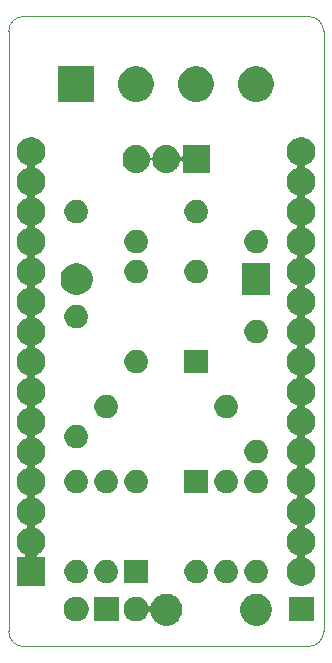
<source format=gbr>
%TF.GenerationSoftware,KiCad,Pcbnew,5.1.5+dfsg1-2~bpo10+1*%
%TF.CreationDate,2020-10-04T09:49:28+00:00*%
%TF.ProjectId,PWR,5057522e-6b69-4636-9164-5f7063625858,rev?*%
%TF.SameCoordinates,Original*%
%TF.FileFunction,Soldermask,Bot*%
%TF.FilePolarity,Negative*%
%FSLAX45Y45*%
G04 Gerber Fmt 4.5, Leading zero omitted, Abs format (unit mm)*
G04 Created by KiCad (PCBNEW 5.1.5+dfsg1-2~bpo10+1) date 2020-10-04 09:49:28*
%MOMM*%
%LPD*%
G04 APERTURE LIST*
%ADD10C,0.120000*%
%ADD11C,0.150000*%
G04 APERTURE END LIST*
D10*
X2476500Y-508000D02*
G75*
G02X2349500Y-635000I-127000J0D01*
G01*
X-190500Y4572000D02*
G75*
G02X-63500Y4699000I127000J0D01*
G01*
X-63500Y-635000D02*
G75*
G02X-190500Y-508000I0J127000D01*
G01*
X2349500Y4699000D02*
G75*
G02X2476500Y4572000I0J-127000D01*
G01*
X-190500Y4572000D02*
X-190500Y-508000D01*
X2349500Y4699000D02*
X-63500Y4699000D01*
X2476500Y-508000D02*
X2476500Y4572000D01*
X-63500Y-635000D02*
X2349500Y-635000D01*
D11*
G36*
X1184378Y-193688D02*
G01*
X1208946Y-203864D01*
X1208947Y-203865D01*
X1220077Y-211302D01*
X1231057Y-218639D01*
X1249861Y-237443D01*
X1264636Y-259554D01*
X1274812Y-284122D01*
X1280000Y-310204D01*
X1280000Y-336797D01*
X1274812Y-362878D01*
X1273007Y-367236D01*
X1264635Y-387446D01*
X1249861Y-409557D01*
X1231058Y-428361D01*
X1208947Y-443135D01*
X1208946Y-443135D01*
X1208946Y-443135D01*
X1184378Y-453312D01*
X1158297Y-458500D01*
X1131704Y-458500D01*
X1105622Y-453312D01*
X1081054Y-443135D01*
X1081054Y-443135D01*
X1081054Y-443135D01*
X1058943Y-428361D01*
X1040139Y-409557D01*
X1025365Y-387446D01*
X1016993Y-367236D01*
X1015188Y-362878D01*
X1013062Y-352189D01*
X1012350Y-349844D01*
X1011195Y-347683D01*
X1009641Y-345789D01*
X1007747Y-344235D01*
X1005586Y-343079D01*
X1003241Y-342368D01*
X1000802Y-342128D01*
X998363Y-342368D01*
X996019Y-343079D01*
X993857Y-344235D01*
X991963Y-345789D01*
X990409Y-347683D01*
X989254Y-349843D01*
X982050Y-367236D01*
X970559Y-384434D01*
X955934Y-399059D01*
X938736Y-410550D01*
X919627Y-418465D01*
X901869Y-421997D01*
X899342Y-422500D01*
X878658Y-422500D01*
X876131Y-421997D01*
X858373Y-418465D01*
X839264Y-410550D01*
X822066Y-399059D01*
X807441Y-384434D01*
X795950Y-367236D01*
X788035Y-348127D01*
X784000Y-327842D01*
X784000Y-307158D01*
X788035Y-286873D01*
X795950Y-267764D01*
X807441Y-250566D01*
X822066Y-235941D01*
X839264Y-224450D01*
X858373Y-216535D01*
X876131Y-213003D01*
X878658Y-212500D01*
X899342Y-212500D01*
X901869Y-213003D01*
X919627Y-216535D01*
X938736Y-224450D01*
X955934Y-235941D01*
X970559Y-250566D01*
X982050Y-267764D01*
X989965Y-286873D01*
X990043Y-287267D01*
X990754Y-289611D01*
X991909Y-291772D01*
X993464Y-293666D01*
X995358Y-295221D01*
X997519Y-296376D01*
X999864Y-297087D01*
X1002303Y-297327D01*
X1004741Y-297087D01*
X1007086Y-296376D01*
X1009247Y-295221D01*
X1011141Y-293666D01*
X1012696Y-291772D01*
X1013851Y-289611D01*
X1014562Y-287266D01*
X1015188Y-284122D01*
X1025364Y-259554D01*
X1040139Y-237443D01*
X1058943Y-218639D01*
X1069923Y-211302D01*
X1081054Y-203865D01*
X1081054Y-203864D01*
X1105622Y-193688D01*
X1131704Y-188500D01*
X1158297Y-188500D01*
X1184378Y-193688D01*
G37*
G36*
X1944378Y-193688D02*
G01*
X1968946Y-203864D01*
X1968946Y-203865D01*
X1980077Y-211302D01*
X1991057Y-218639D01*
X2009861Y-237443D01*
X2024635Y-259554D01*
X2034812Y-284122D01*
X2040000Y-310204D01*
X2040000Y-336797D01*
X2034812Y-362878D01*
X2033007Y-367236D01*
X2024635Y-387446D01*
X2009861Y-409557D01*
X1991057Y-428361D01*
X1968946Y-443135D01*
X1968946Y-443135D01*
X1968946Y-443135D01*
X1944378Y-453312D01*
X1918296Y-458500D01*
X1891703Y-458500D01*
X1865622Y-453312D01*
X1841054Y-443135D01*
X1841054Y-443135D01*
X1841053Y-443135D01*
X1818942Y-428361D01*
X1800139Y-409557D01*
X1785365Y-387446D01*
X1776993Y-367236D01*
X1775188Y-362878D01*
X1770000Y-336797D01*
X1770000Y-310204D01*
X1775188Y-284122D01*
X1785364Y-259554D01*
X1800139Y-237443D01*
X1818943Y-218639D01*
X1829923Y-211302D01*
X1841053Y-203865D01*
X1841054Y-203864D01*
X1865622Y-193688D01*
X1891703Y-188500D01*
X1918296Y-188500D01*
X1944378Y-193688D01*
G37*
G36*
X740000Y-422500D02*
G01*
X530000Y-422500D01*
X530000Y-212500D01*
X740000Y-212500D01*
X740000Y-422500D01*
G37*
G36*
X393869Y-213003D02*
G01*
X411627Y-216535D01*
X430736Y-224450D01*
X447934Y-235941D01*
X462559Y-250566D01*
X474050Y-267764D01*
X481965Y-286873D01*
X486000Y-307158D01*
X486000Y-327842D01*
X481965Y-348127D01*
X474050Y-367236D01*
X462559Y-384434D01*
X447934Y-399059D01*
X430736Y-410550D01*
X411627Y-418465D01*
X393869Y-421997D01*
X391342Y-422500D01*
X370658Y-422500D01*
X368131Y-421997D01*
X350373Y-418465D01*
X331264Y-410550D01*
X314066Y-399059D01*
X299441Y-384434D01*
X287950Y-367236D01*
X280035Y-348127D01*
X276000Y-327842D01*
X276000Y-307158D01*
X280035Y-286873D01*
X287950Y-267764D01*
X299441Y-250566D01*
X314066Y-235941D01*
X331264Y-224450D01*
X350373Y-216535D01*
X368131Y-213003D01*
X370658Y-212500D01*
X391342Y-212500D01*
X393869Y-213003D01*
G37*
G36*
X2391000Y-422500D02*
G01*
X2181000Y-422500D01*
X2181000Y-212500D01*
X2391000Y-212500D01*
X2391000Y-422500D01*
G37*
G36*
X35469Y3672927D02*
G01*
X57599Y3663761D01*
X57599Y3663760D01*
X77516Y3650453D01*
X94453Y3633515D01*
X107760Y3613599D01*
X107761Y3613599D01*
X116927Y3591469D01*
X121600Y3567977D01*
X121600Y3544023D01*
X116927Y3520531D01*
X109629Y3502911D01*
X107760Y3498401D01*
X94453Y3478484D01*
X77516Y3461547D01*
X57599Y3448239D01*
X57599Y3448239D01*
X57599Y3448239D01*
X39032Y3440548D01*
X36870Y3439393D01*
X34976Y3437839D01*
X33422Y3435944D01*
X32267Y3433783D01*
X31555Y3431439D01*
X31315Y3429000D01*
X31555Y3426561D01*
X32267Y3424216D01*
X33422Y3422055D01*
X34976Y3420161D01*
X36871Y3418607D01*
X39032Y3417452D01*
X57599Y3409761D01*
X57599Y3409760D01*
X77516Y3396453D01*
X94453Y3379515D01*
X107760Y3359599D01*
X107761Y3359599D01*
X116927Y3337469D01*
X121600Y3313977D01*
X121600Y3290023D01*
X116927Y3266531D01*
X107761Y3244401D01*
X107760Y3244401D01*
X94453Y3224484D01*
X77516Y3207547D01*
X57599Y3194239D01*
X57599Y3194239D01*
X57599Y3194239D01*
X39032Y3186548D01*
X36870Y3185393D01*
X34976Y3183839D01*
X33422Y3181944D01*
X32267Y3179783D01*
X31555Y3177439D01*
X31315Y3175000D01*
X31555Y3172561D01*
X32267Y3170216D01*
X33422Y3168055D01*
X34976Y3166161D01*
X36871Y3164607D01*
X39032Y3163452D01*
X57599Y3155761D01*
X57599Y3155760D01*
X77516Y3142453D01*
X94453Y3125515D01*
X107760Y3105599D01*
X107761Y3105599D01*
X116927Y3083469D01*
X121600Y3059977D01*
X121600Y3036023D01*
X116927Y3012531D01*
X111999Y3000632D01*
X107760Y2990401D01*
X94453Y2970484D01*
X77516Y2953547D01*
X57599Y2940239D01*
X57599Y2940239D01*
X57599Y2940239D01*
X39032Y2932548D01*
X36870Y2931393D01*
X34976Y2929839D01*
X33422Y2927944D01*
X32267Y2925783D01*
X31555Y2923439D01*
X31315Y2921000D01*
X31555Y2918561D01*
X32267Y2916216D01*
X33422Y2914055D01*
X34976Y2912161D01*
X36871Y2910607D01*
X39032Y2909452D01*
X57599Y2901761D01*
X57599Y2901760D01*
X77516Y2888453D01*
X94453Y2871515D01*
X107760Y2851599D01*
X107761Y2851599D01*
X116927Y2829469D01*
X121600Y2805977D01*
X121600Y2782023D01*
X116927Y2758531D01*
X111999Y2746632D01*
X107760Y2736401D01*
X94453Y2716485D01*
X77516Y2699547D01*
X57599Y2686240D01*
X57599Y2686239D01*
X57599Y2686239D01*
X39032Y2678548D01*
X36870Y2677393D01*
X34976Y2675839D01*
X33422Y2673945D01*
X32267Y2671784D01*
X31555Y2669439D01*
X31315Y2667000D01*
X31555Y2664561D01*
X32267Y2662217D01*
X33422Y2660055D01*
X34976Y2658161D01*
X36871Y2656607D01*
X39032Y2655452D01*
X57599Y2647761D01*
X57599Y2647761D01*
X77516Y2634453D01*
X94453Y2617516D01*
X107760Y2597599D01*
X107761Y2597599D01*
X116927Y2575469D01*
X121600Y2551977D01*
X121600Y2528023D01*
X116927Y2504531D01*
X107761Y2482401D01*
X107760Y2482401D01*
X94453Y2462485D01*
X77516Y2445547D01*
X57599Y2432240D01*
X57599Y2432239D01*
X57599Y2432239D01*
X39032Y2424548D01*
X36870Y2423393D01*
X34976Y2421839D01*
X33422Y2419945D01*
X32267Y2417784D01*
X31555Y2415439D01*
X31315Y2413000D01*
X31555Y2410561D01*
X32267Y2408217D01*
X33422Y2406055D01*
X34976Y2404161D01*
X36871Y2402607D01*
X39032Y2401452D01*
X57599Y2393761D01*
X57599Y2393761D01*
X77516Y2380453D01*
X94453Y2363516D01*
X98897Y2356865D01*
X107761Y2343599D01*
X116927Y2321469D01*
X121600Y2297977D01*
X121600Y2274023D01*
X116927Y2250531D01*
X107761Y2228401D01*
X107760Y2228401D01*
X94453Y2208485D01*
X77516Y2191547D01*
X57599Y2178240D01*
X57599Y2178239D01*
X57599Y2178239D01*
X39032Y2170548D01*
X36870Y2169393D01*
X34976Y2167839D01*
X33422Y2165945D01*
X32267Y2163784D01*
X31555Y2161439D01*
X31315Y2159000D01*
X31555Y2156561D01*
X32267Y2154217D01*
X33422Y2152055D01*
X34976Y2150161D01*
X36871Y2148607D01*
X39032Y2147452D01*
X57599Y2139761D01*
X57599Y2139761D01*
X77516Y2126453D01*
X94453Y2109516D01*
X103982Y2095254D01*
X107761Y2089599D01*
X116927Y2067469D01*
X121600Y2043977D01*
X121600Y2020023D01*
X116927Y1996531D01*
X111999Y1984632D01*
X107760Y1974401D01*
X94453Y1954484D01*
X77516Y1937547D01*
X57599Y1924239D01*
X57599Y1924239D01*
X57599Y1924239D01*
X39032Y1916548D01*
X36870Y1915393D01*
X34976Y1913839D01*
X33422Y1911944D01*
X32267Y1909783D01*
X31555Y1907439D01*
X31315Y1905000D01*
X31555Y1902561D01*
X32267Y1900216D01*
X33422Y1898055D01*
X34976Y1896161D01*
X36871Y1894607D01*
X39032Y1893452D01*
X57599Y1885761D01*
X57599Y1885760D01*
X77516Y1872453D01*
X94453Y1855515D01*
X107760Y1835599D01*
X107761Y1835599D01*
X116927Y1813469D01*
X121600Y1789977D01*
X121600Y1766023D01*
X116927Y1742531D01*
X111999Y1730632D01*
X107760Y1720401D01*
X94453Y1700484D01*
X77516Y1683547D01*
X57599Y1670239D01*
X57599Y1670239D01*
X57599Y1670239D01*
X39032Y1662548D01*
X36870Y1661393D01*
X34976Y1659839D01*
X33422Y1657944D01*
X32267Y1655783D01*
X31555Y1653439D01*
X31315Y1651000D01*
X31555Y1648561D01*
X32267Y1646216D01*
X33422Y1644055D01*
X34976Y1642161D01*
X36871Y1640607D01*
X39032Y1639452D01*
X57599Y1631761D01*
X57599Y1631760D01*
X77516Y1618453D01*
X94453Y1601515D01*
X107760Y1581599D01*
X107761Y1581599D01*
X116927Y1559469D01*
X121600Y1535977D01*
X121600Y1512023D01*
X116927Y1488531D01*
X107761Y1466401D01*
X107760Y1466401D01*
X94453Y1446484D01*
X77516Y1429547D01*
X57599Y1416239D01*
X57599Y1416239D01*
X57599Y1416239D01*
X39032Y1408548D01*
X36870Y1407393D01*
X34976Y1405839D01*
X33422Y1403944D01*
X32267Y1401783D01*
X31555Y1399439D01*
X31315Y1397000D01*
X31555Y1394561D01*
X32267Y1392217D01*
X33422Y1390055D01*
X34976Y1388161D01*
X36871Y1386607D01*
X39032Y1385452D01*
X57599Y1377761D01*
X57599Y1377761D01*
X77516Y1364453D01*
X94453Y1347516D01*
X103982Y1333254D01*
X107761Y1327599D01*
X116927Y1305469D01*
X121600Y1281977D01*
X121600Y1258023D01*
X116927Y1234531D01*
X107761Y1212401D01*
X107760Y1212401D01*
X94453Y1192485D01*
X77516Y1175547D01*
X57599Y1162240D01*
X57599Y1162239D01*
X57599Y1162239D01*
X39032Y1154548D01*
X36870Y1153393D01*
X34976Y1151839D01*
X33422Y1149945D01*
X32267Y1147784D01*
X31555Y1145439D01*
X31315Y1143000D01*
X31555Y1140561D01*
X32267Y1138217D01*
X33422Y1136055D01*
X34976Y1134161D01*
X36871Y1132607D01*
X39032Y1131452D01*
X57599Y1123761D01*
X57599Y1123761D01*
X77516Y1110453D01*
X94453Y1093516D01*
X103982Y1079254D01*
X107761Y1073599D01*
X116927Y1051469D01*
X121600Y1027977D01*
X121600Y1004023D01*
X116927Y980531D01*
X111999Y968632D01*
X107760Y958401D01*
X94453Y938484D01*
X77516Y921547D01*
X57599Y908239D01*
X57599Y908239D01*
X57599Y908239D01*
X39032Y900548D01*
X36870Y899393D01*
X34976Y897839D01*
X33422Y895944D01*
X32267Y893783D01*
X31555Y891439D01*
X31315Y889000D01*
X31555Y886561D01*
X32267Y884216D01*
X33422Y882055D01*
X34976Y880161D01*
X36871Y878607D01*
X39032Y877452D01*
X57599Y869761D01*
X57599Y869760D01*
X77516Y856453D01*
X94453Y839515D01*
X107760Y819599D01*
X107761Y819599D01*
X116927Y797469D01*
X121600Y773977D01*
X121600Y750023D01*
X116927Y726531D01*
X111999Y714632D01*
X107760Y704401D01*
X94453Y684485D01*
X77516Y667547D01*
X57599Y654240D01*
X57599Y654239D01*
X57599Y654239D01*
X39032Y646548D01*
X36870Y645393D01*
X34976Y643839D01*
X33422Y641945D01*
X32267Y639784D01*
X31555Y637439D01*
X31315Y635000D01*
X31555Y632561D01*
X32267Y630217D01*
X33422Y628055D01*
X34976Y626161D01*
X36871Y624607D01*
X39032Y623452D01*
X57599Y615761D01*
X57599Y615761D01*
X77516Y602453D01*
X94453Y585516D01*
X107760Y565599D01*
X107761Y565599D01*
X116927Y543469D01*
X121600Y519977D01*
X121600Y496023D01*
X116927Y472531D01*
X107761Y450401D01*
X107760Y450401D01*
X94453Y430484D01*
X77516Y413547D01*
X57599Y400239D01*
X57599Y400239D01*
X57599Y400239D01*
X39032Y392548D01*
X36870Y391393D01*
X34976Y389839D01*
X33422Y387944D01*
X32267Y385783D01*
X31555Y383439D01*
X31315Y381000D01*
X31555Y378561D01*
X32267Y376216D01*
X33422Y374055D01*
X34976Y372161D01*
X36871Y370607D01*
X39032Y369452D01*
X57599Y361761D01*
X57599Y361760D01*
X77516Y348453D01*
X94453Y331516D01*
X107760Y311599D01*
X107761Y311599D01*
X116927Y289469D01*
X121600Y265977D01*
X121600Y242023D01*
X116927Y218531D01*
X107761Y196401D01*
X107760Y196401D01*
X94453Y176484D01*
X77516Y159547D01*
X57599Y146240D01*
X57599Y146239D01*
X57599Y146239D01*
X56172Y145648D01*
X54011Y144493D01*
X52117Y142939D01*
X50562Y141044D01*
X49407Y138883D01*
X48696Y136539D01*
X48456Y134100D01*
X48696Y131661D01*
X49407Y129316D01*
X50562Y127155D01*
X52117Y125261D01*
X54011Y123707D01*
X56172Y122551D01*
X58517Y121840D01*
X60955Y121600D01*
X121600Y121600D01*
X121600Y-121600D01*
X-121600Y-121600D01*
X-121600Y121600D01*
X-60955Y121600D01*
X-58517Y121840D01*
X-56172Y122551D01*
X-54011Y123707D01*
X-52117Y125261D01*
X-50562Y127155D01*
X-49407Y129316D01*
X-48696Y131661D01*
X-48456Y134100D01*
X-48696Y136539D01*
X-49407Y138883D01*
X-50562Y141045D01*
X-52117Y142939D01*
X-54011Y144493D01*
X-56172Y145648D01*
X-57599Y146239D01*
X-57599Y146239D01*
X-57599Y146240D01*
X-77516Y159547D01*
X-94453Y176484D01*
X-107760Y196401D01*
X-107761Y196401D01*
X-116927Y218531D01*
X-121600Y242023D01*
X-121600Y265977D01*
X-116927Y289469D01*
X-107761Y311599D01*
X-107760Y311599D01*
X-94453Y331516D01*
X-77516Y348453D01*
X-57599Y361760D01*
X-57599Y361761D01*
X-39032Y369452D01*
X-36870Y370607D01*
X-34976Y372161D01*
X-33422Y374055D01*
X-32267Y376216D01*
X-31555Y378561D01*
X-31315Y381000D01*
X-31555Y383439D01*
X-32267Y385783D01*
X-33422Y387945D01*
X-34976Y389839D01*
X-36871Y391393D01*
X-39032Y392548D01*
X-57599Y400239D01*
X-57599Y400239D01*
X-57599Y400239D01*
X-77516Y413547D01*
X-94453Y430484D01*
X-107760Y450401D01*
X-107761Y450401D01*
X-116927Y472531D01*
X-121600Y496023D01*
X-121600Y519977D01*
X-116927Y543469D01*
X-107761Y565599D01*
X-107760Y565599D01*
X-94453Y585516D01*
X-77516Y602453D01*
X-57599Y615761D01*
X-57599Y615761D01*
X-39032Y623452D01*
X-36870Y624607D01*
X-34976Y626161D01*
X-33422Y628056D01*
X-32267Y630217D01*
X-31555Y632561D01*
X-31315Y635000D01*
X-31555Y637439D01*
X-32267Y639784D01*
X-33422Y641945D01*
X-34976Y643839D01*
X-36871Y645393D01*
X-39032Y646548D01*
X-57599Y654239D01*
X-57599Y654239D01*
X-57599Y654240D01*
X-77516Y667547D01*
X-94453Y684485D01*
X-107760Y704401D01*
X-111999Y714632D01*
X-116927Y726531D01*
X-121600Y750023D01*
X-121600Y773977D01*
X-116927Y797469D01*
X-107761Y819599D01*
X-107760Y819599D01*
X-94453Y839515D01*
X-77516Y856453D01*
X-57599Y869760D01*
X-57599Y869761D01*
X-39032Y877452D01*
X-36870Y878607D01*
X-34976Y880161D01*
X-33422Y882055D01*
X-32267Y884216D01*
X-31555Y886561D01*
X-31315Y889000D01*
X-31555Y891439D01*
X-32267Y893783D01*
X-33422Y895945D01*
X-34976Y897839D01*
X-36871Y899393D01*
X-39032Y900548D01*
X-57599Y908239D01*
X-57599Y908239D01*
X-57599Y908239D01*
X-77516Y921547D01*
X-94453Y938484D01*
X-107760Y958401D01*
X-111999Y968632D01*
X-116927Y980531D01*
X-121600Y1004023D01*
X-121600Y1027977D01*
X-116927Y1051469D01*
X-107761Y1073599D01*
X-103982Y1079254D01*
X-94453Y1093516D01*
X-77516Y1110453D01*
X-57599Y1123761D01*
X-57599Y1123761D01*
X-39032Y1131452D01*
X-36870Y1132607D01*
X-34976Y1134161D01*
X-33422Y1136056D01*
X-32267Y1138217D01*
X-31555Y1140561D01*
X-31315Y1143000D01*
X-31555Y1145439D01*
X-32267Y1147784D01*
X-33422Y1149945D01*
X-34976Y1151839D01*
X-36871Y1153393D01*
X-39032Y1154548D01*
X-57599Y1162239D01*
X-57599Y1162239D01*
X-57599Y1162240D01*
X-77516Y1175547D01*
X-94453Y1192485D01*
X-107760Y1212401D01*
X-107761Y1212401D01*
X-116927Y1234531D01*
X-121600Y1258023D01*
X-121600Y1281977D01*
X-116927Y1305469D01*
X-107761Y1327599D01*
X-103982Y1333254D01*
X-94453Y1347516D01*
X-77516Y1364453D01*
X-57599Y1377761D01*
X-57599Y1377761D01*
X-39032Y1385452D01*
X-36870Y1386607D01*
X-34976Y1388161D01*
X-33422Y1390056D01*
X-32267Y1392217D01*
X-31555Y1394561D01*
X-31315Y1397000D01*
X-31555Y1399439D01*
X-32267Y1401783D01*
X-33422Y1403945D01*
X-34976Y1405839D01*
X-36871Y1407393D01*
X-39032Y1408548D01*
X-57599Y1416239D01*
X-57599Y1416239D01*
X-57599Y1416239D01*
X-77516Y1429547D01*
X-94453Y1446484D01*
X-107760Y1466401D01*
X-107761Y1466401D01*
X-116927Y1488531D01*
X-121600Y1512023D01*
X-121600Y1535977D01*
X-116927Y1559469D01*
X-107761Y1581599D01*
X-107760Y1581599D01*
X-94453Y1601515D01*
X-77516Y1618453D01*
X-57599Y1631760D01*
X-57599Y1631761D01*
X-39032Y1639452D01*
X-36870Y1640607D01*
X-34976Y1642161D01*
X-33422Y1644055D01*
X-32267Y1646216D01*
X-31555Y1648561D01*
X-31315Y1651000D01*
X-31555Y1653439D01*
X-32267Y1655783D01*
X-33422Y1657945D01*
X-34976Y1659839D01*
X-36871Y1661393D01*
X-39032Y1662548D01*
X-57599Y1670239D01*
X-57599Y1670239D01*
X-57599Y1670239D01*
X-77516Y1683547D01*
X-94453Y1700484D01*
X-107760Y1720401D01*
X-111999Y1730632D01*
X-116927Y1742531D01*
X-121600Y1766023D01*
X-121600Y1789977D01*
X-116927Y1813469D01*
X-107761Y1835599D01*
X-107760Y1835599D01*
X-94453Y1855515D01*
X-77516Y1872453D01*
X-57599Y1885760D01*
X-57599Y1885761D01*
X-39032Y1893452D01*
X-36870Y1894607D01*
X-34976Y1896161D01*
X-33422Y1898055D01*
X-32267Y1900216D01*
X-31555Y1902561D01*
X-31315Y1905000D01*
X-31555Y1907439D01*
X-32267Y1909783D01*
X-33422Y1911945D01*
X-34976Y1913839D01*
X-36871Y1915393D01*
X-39032Y1916548D01*
X-57599Y1924239D01*
X-57599Y1924239D01*
X-57599Y1924239D01*
X-77516Y1937547D01*
X-94453Y1954484D01*
X-107760Y1974401D01*
X-111999Y1984632D01*
X-116927Y1996531D01*
X-121600Y2020023D01*
X-121600Y2043977D01*
X-116927Y2067469D01*
X-107761Y2089599D01*
X-103982Y2095254D01*
X-94453Y2109516D01*
X-77516Y2126453D01*
X-57599Y2139761D01*
X-57599Y2139761D01*
X-39032Y2147452D01*
X-36870Y2148607D01*
X-34976Y2150161D01*
X-33422Y2152056D01*
X-32267Y2154217D01*
X-31555Y2156561D01*
X-31315Y2159000D01*
X-31555Y2161439D01*
X-32267Y2163784D01*
X-33422Y2165945D01*
X-34976Y2167839D01*
X-36871Y2169393D01*
X-39032Y2170548D01*
X-57599Y2178239D01*
X-57599Y2178239D01*
X-57599Y2178240D01*
X-77516Y2191547D01*
X-94453Y2208485D01*
X-107760Y2228401D01*
X-107761Y2228401D01*
X-116927Y2250531D01*
X-121600Y2274023D01*
X-121600Y2297977D01*
X-116927Y2321469D01*
X-107761Y2343599D01*
X-98897Y2356865D01*
X-94453Y2363516D01*
X-77516Y2380453D01*
X-57599Y2393761D01*
X-57599Y2393761D01*
X-39032Y2401452D01*
X-36870Y2402607D01*
X-34976Y2404161D01*
X-33422Y2406056D01*
X-32267Y2408217D01*
X-31555Y2410561D01*
X-31315Y2413000D01*
X-31555Y2415439D01*
X-32267Y2417784D01*
X-33422Y2419945D01*
X-34976Y2421839D01*
X-36871Y2423393D01*
X-39032Y2424548D01*
X-57599Y2432239D01*
X-57599Y2432239D01*
X-57599Y2432240D01*
X-77516Y2445547D01*
X-94453Y2462485D01*
X-107760Y2482401D01*
X-107761Y2482401D01*
X-116927Y2504531D01*
X-121600Y2528023D01*
X-121600Y2551977D01*
X-116927Y2575469D01*
X-107761Y2597599D01*
X-107760Y2597599D01*
X-94453Y2617516D01*
X-77516Y2634453D01*
X-57599Y2647761D01*
X-57599Y2647761D01*
X-39032Y2655452D01*
X-36870Y2656607D01*
X-34976Y2658161D01*
X-33422Y2660056D01*
X-32267Y2662217D01*
X-31555Y2664561D01*
X-31315Y2667000D01*
X-31555Y2669439D01*
X-32267Y2671784D01*
X-33422Y2673945D01*
X-34976Y2675839D01*
X-36871Y2677393D01*
X-39032Y2678548D01*
X-57599Y2686239D01*
X-57599Y2686239D01*
X-57599Y2686240D01*
X-77516Y2699547D01*
X-94453Y2716485D01*
X-107760Y2736401D01*
X-111999Y2746632D01*
X-116927Y2758531D01*
X-121600Y2782023D01*
X-121600Y2805977D01*
X-116927Y2829469D01*
X-107761Y2851599D01*
X-107760Y2851599D01*
X-94453Y2871515D01*
X-77516Y2888453D01*
X-57599Y2901760D01*
X-57599Y2901761D01*
X-39032Y2909452D01*
X-36870Y2910607D01*
X-34976Y2912161D01*
X-33422Y2914055D01*
X-32267Y2916216D01*
X-31555Y2918561D01*
X-31315Y2921000D01*
X-31555Y2923439D01*
X-32267Y2925783D01*
X-33422Y2927945D01*
X-34976Y2929839D01*
X-36871Y2931393D01*
X-39032Y2932548D01*
X-57599Y2940239D01*
X-57599Y2940239D01*
X-57599Y2940239D01*
X-77516Y2953547D01*
X-94453Y2970484D01*
X-107760Y2990401D01*
X-111999Y3000632D01*
X-116927Y3012531D01*
X-121600Y3036023D01*
X-121600Y3059977D01*
X-116927Y3083469D01*
X-107761Y3105599D01*
X-107760Y3105599D01*
X-94453Y3125515D01*
X-77516Y3142453D01*
X-57599Y3155760D01*
X-57599Y3155761D01*
X-39032Y3163452D01*
X-36870Y3164607D01*
X-34976Y3166161D01*
X-33422Y3168055D01*
X-32267Y3170216D01*
X-31555Y3172561D01*
X-31315Y3175000D01*
X-31555Y3177439D01*
X-32267Y3179783D01*
X-33422Y3181945D01*
X-34976Y3183839D01*
X-36871Y3185393D01*
X-39032Y3186548D01*
X-57599Y3194239D01*
X-57599Y3194239D01*
X-57599Y3194239D01*
X-77516Y3207547D01*
X-94453Y3224484D01*
X-107760Y3244401D01*
X-107761Y3244401D01*
X-116927Y3266531D01*
X-121600Y3290023D01*
X-121600Y3313977D01*
X-116927Y3337469D01*
X-107761Y3359599D01*
X-107760Y3359599D01*
X-94453Y3379515D01*
X-77516Y3396453D01*
X-57599Y3409760D01*
X-57599Y3409761D01*
X-39032Y3417452D01*
X-36870Y3418607D01*
X-34976Y3420161D01*
X-33422Y3422055D01*
X-32267Y3424216D01*
X-31555Y3426561D01*
X-31315Y3429000D01*
X-31555Y3431439D01*
X-32267Y3433783D01*
X-33422Y3435945D01*
X-34976Y3437839D01*
X-36871Y3439393D01*
X-39032Y3440548D01*
X-57599Y3448239D01*
X-57599Y3448239D01*
X-57599Y3448239D01*
X-77516Y3461547D01*
X-94453Y3478484D01*
X-107760Y3498401D01*
X-109629Y3502911D01*
X-116927Y3520531D01*
X-121600Y3544023D01*
X-121600Y3567977D01*
X-116927Y3591469D01*
X-107761Y3613599D01*
X-107760Y3613599D01*
X-94453Y3633515D01*
X-77516Y3650453D01*
X-57599Y3663760D01*
X-57599Y3663761D01*
X-35469Y3672927D01*
X-11977Y3677600D01*
X11977Y3677600D01*
X35469Y3672927D01*
G37*
G36*
X2321469Y3672927D02*
G01*
X2343599Y3663761D01*
X2343599Y3663760D01*
X2363516Y3650453D01*
X2380453Y3633515D01*
X2393761Y3613599D01*
X2393761Y3613599D01*
X2402927Y3591469D01*
X2407600Y3567977D01*
X2407600Y3544023D01*
X2402927Y3520531D01*
X2395629Y3502911D01*
X2393761Y3498401D01*
X2380453Y3478484D01*
X2363516Y3461547D01*
X2343599Y3448239D01*
X2343599Y3448239D01*
X2343599Y3448239D01*
X2325032Y3440548D01*
X2322870Y3439393D01*
X2320976Y3437839D01*
X2319422Y3435944D01*
X2318267Y3433783D01*
X2317555Y3431439D01*
X2317315Y3429000D01*
X2317555Y3426561D01*
X2318267Y3424216D01*
X2319422Y3422055D01*
X2320976Y3420161D01*
X2322871Y3418607D01*
X2325032Y3417452D01*
X2343599Y3409761D01*
X2343599Y3409760D01*
X2363516Y3396453D01*
X2380453Y3379515D01*
X2393761Y3359599D01*
X2393761Y3359599D01*
X2402927Y3337469D01*
X2407600Y3313977D01*
X2407600Y3290023D01*
X2402927Y3266531D01*
X2393761Y3244401D01*
X2393761Y3244401D01*
X2380453Y3224484D01*
X2363516Y3207547D01*
X2343599Y3194239D01*
X2343599Y3194239D01*
X2343599Y3194239D01*
X2325032Y3186548D01*
X2322870Y3185393D01*
X2320976Y3183839D01*
X2319422Y3181944D01*
X2318267Y3179783D01*
X2317555Y3177439D01*
X2317315Y3175000D01*
X2317555Y3172561D01*
X2318267Y3170216D01*
X2319422Y3168055D01*
X2320976Y3166161D01*
X2322871Y3164607D01*
X2325032Y3163452D01*
X2343599Y3155761D01*
X2343599Y3155760D01*
X2363516Y3142453D01*
X2380453Y3125515D01*
X2393761Y3105599D01*
X2393761Y3105599D01*
X2402927Y3083469D01*
X2407600Y3059977D01*
X2407600Y3036023D01*
X2402927Y3012531D01*
X2397999Y3000632D01*
X2393761Y2990401D01*
X2380453Y2970484D01*
X2363516Y2953547D01*
X2343599Y2940239D01*
X2343599Y2940239D01*
X2343599Y2940239D01*
X2325032Y2932548D01*
X2322870Y2931393D01*
X2320976Y2929839D01*
X2319422Y2927944D01*
X2318267Y2925783D01*
X2317555Y2923439D01*
X2317315Y2921000D01*
X2317555Y2918561D01*
X2318267Y2916216D01*
X2319422Y2914055D01*
X2320976Y2912161D01*
X2322871Y2910607D01*
X2325032Y2909452D01*
X2343599Y2901761D01*
X2343599Y2901760D01*
X2363516Y2888453D01*
X2380453Y2871515D01*
X2393761Y2851599D01*
X2393761Y2851599D01*
X2402927Y2829469D01*
X2407600Y2805977D01*
X2407600Y2782023D01*
X2402927Y2758531D01*
X2397999Y2746632D01*
X2393761Y2736401D01*
X2380453Y2716485D01*
X2363516Y2699547D01*
X2343599Y2686240D01*
X2343599Y2686239D01*
X2343599Y2686239D01*
X2325032Y2678548D01*
X2322870Y2677393D01*
X2320976Y2675839D01*
X2319422Y2673945D01*
X2318267Y2671784D01*
X2317555Y2669439D01*
X2317315Y2667000D01*
X2317555Y2664561D01*
X2318267Y2662217D01*
X2319422Y2660055D01*
X2320976Y2658161D01*
X2322871Y2656607D01*
X2325032Y2655452D01*
X2343599Y2647761D01*
X2343599Y2647761D01*
X2363516Y2634453D01*
X2380453Y2617516D01*
X2393761Y2597599D01*
X2393761Y2597599D01*
X2402927Y2575469D01*
X2407600Y2551977D01*
X2407600Y2528023D01*
X2402927Y2504531D01*
X2393761Y2482401D01*
X2393761Y2482401D01*
X2380453Y2462485D01*
X2363516Y2445547D01*
X2343599Y2432240D01*
X2343599Y2432239D01*
X2343599Y2432239D01*
X2325032Y2424548D01*
X2322870Y2423393D01*
X2320976Y2421839D01*
X2319422Y2419945D01*
X2318267Y2417784D01*
X2317555Y2415439D01*
X2317315Y2413000D01*
X2317555Y2410561D01*
X2318267Y2408217D01*
X2319422Y2406055D01*
X2320976Y2404161D01*
X2322871Y2402607D01*
X2325032Y2401452D01*
X2343599Y2393761D01*
X2343599Y2393761D01*
X2363516Y2380453D01*
X2380453Y2363516D01*
X2384897Y2356865D01*
X2393761Y2343599D01*
X2402927Y2321469D01*
X2407600Y2297977D01*
X2407600Y2274023D01*
X2402927Y2250531D01*
X2393761Y2228401D01*
X2393761Y2228401D01*
X2380453Y2208485D01*
X2363516Y2191547D01*
X2343599Y2178240D01*
X2343599Y2178239D01*
X2343599Y2178239D01*
X2325032Y2170548D01*
X2322870Y2169393D01*
X2320976Y2167839D01*
X2319422Y2165945D01*
X2318267Y2163784D01*
X2317555Y2161439D01*
X2317315Y2159000D01*
X2317555Y2156561D01*
X2318267Y2154217D01*
X2319422Y2152055D01*
X2320976Y2150161D01*
X2322871Y2148607D01*
X2325032Y2147452D01*
X2343599Y2139761D01*
X2343599Y2139761D01*
X2363516Y2126453D01*
X2380453Y2109516D01*
X2389982Y2095254D01*
X2393761Y2089599D01*
X2402927Y2067469D01*
X2407600Y2043977D01*
X2407600Y2020023D01*
X2402927Y1996531D01*
X2397999Y1984632D01*
X2393761Y1974401D01*
X2380453Y1954484D01*
X2363516Y1937547D01*
X2343599Y1924239D01*
X2343599Y1924239D01*
X2343599Y1924239D01*
X2325032Y1916548D01*
X2322870Y1915393D01*
X2320976Y1913839D01*
X2319422Y1911944D01*
X2318267Y1909783D01*
X2317555Y1907439D01*
X2317315Y1905000D01*
X2317555Y1902561D01*
X2318267Y1900216D01*
X2319422Y1898055D01*
X2320976Y1896161D01*
X2322871Y1894607D01*
X2325032Y1893452D01*
X2343599Y1885761D01*
X2343599Y1885760D01*
X2363516Y1872453D01*
X2380453Y1855515D01*
X2393761Y1835599D01*
X2393761Y1835599D01*
X2402927Y1813469D01*
X2407600Y1789977D01*
X2407600Y1766023D01*
X2402927Y1742531D01*
X2397999Y1730632D01*
X2393761Y1720401D01*
X2380453Y1700484D01*
X2363516Y1683547D01*
X2343599Y1670239D01*
X2343599Y1670239D01*
X2343599Y1670239D01*
X2325032Y1662548D01*
X2322870Y1661393D01*
X2320976Y1659839D01*
X2319422Y1657944D01*
X2318267Y1655783D01*
X2317555Y1653439D01*
X2317315Y1651000D01*
X2317555Y1648561D01*
X2318267Y1646216D01*
X2319422Y1644055D01*
X2320976Y1642161D01*
X2322871Y1640607D01*
X2325032Y1639452D01*
X2343599Y1631761D01*
X2343599Y1631760D01*
X2363516Y1618453D01*
X2380453Y1601515D01*
X2393761Y1581599D01*
X2393761Y1581599D01*
X2402927Y1559469D01*
X2407600Y1535977D01*
X2407600Y1512023D01*
X2402927Y1488531D01*
X2393761Y1466401D01*
X2393761Y1466401D01*
X2380453Y1446484D01*
X2363516Y1429547D01*
X2343599Y1416239D01*
X2343599Y1416239D01*
X2343599Y1416239D01*
X2325032Y1408548D01*
X2322870Y1407393D01*
X2320976Y1405839D01*
X2319422Y1403944D01*
X2318267Y1401783D01*
X2317555Y1399439D01*
X2317315Y1397000D01*
X2317555Y1394561D01*
X2318267Y1392217D01*
X2319422Y1390055D01*
X2320976Y1388161D01*
X2322871Y1386607D01*
X2325032Y1385452D01*
X2343599Y1377761D01*
X2343599Y1377761D01*
X2363516Y1364453D01*
X2380453Y1347516D01*
X2389982Y1333254D01*
X2393761Y1327599D01*
X2402927Y1305469D01*
X2407600Y1281977D01*
X2407600Y1258023D01*
X2402927Y1234531D01*
X2393761Y1212401D01*
X2393761Y1212401D01*
X2380453Y1192485D01*
X2363516Y1175547D01*
X2343599Y1162240D01*
X2343599Y1162239D01*
X2343599Y1162239D01*
X2325032Y1154548D01*
X2322870Y1153393D01*
X2320976Y1151839D01*
X2319422Y1149945D01*
X2318267Y1147784D01*
X2317555Y1145439D01*
X2317315Y1143000D01*
X2317555Y1140561D01*
X2318267Y1138217D01*
X2319422Y1136055D01*
X2320976Y1134161D01*
X2322871Y1132607D01*
X2325032Y1131452D01*
X2343599Y1123761D01*
X2343599Y1123761D01*
X2363516Y1110453D01*
X2380453Y1093516D01*
X2389982Y1079254D01*
X2393761Y1073599D01*
X2402927Y1051469D01*
X2407600Y1027977D01*
X2407600Y1004023D01*
X2402927Y980531D01*
X2397999Y968632D01*
X2393761Y958401D01*
X2380453Y938484D01*
X2363516Y921547D01*
X2343599Y908239D01*
X2343599Y908239D01*
X2343599Y908239D01*
X2325032Y900548D01*
X2322870Y899393D01*
X2320976Y897839D01*
X2319422Y895944D01*
X2318267Y893783D01*
X2317555Y891439D01*
X2317315Y889000D01*
X2317555Y886561D01*
X2318267Y884216D01*
X2319422Y882055D01*
X2320976Y880161D01*
X2322871Y878607D01*
X2325032Y877452D01*
X2343599Y869761D01*
X2343599Y869760D01*
X2363516Y856453D01*
X2380453Y839515D01*
X2393761Y819599D01*
X2393761Y819599D01*
X2402927Y797469D01*
X2407600Y773977D01*
X2407600Y750023D01*
X2402927Y726531D01*
X2397999Y714632D01*
X2393761Y704401D01*
X2380453Y684485D01*
X2363516Y667547D01*
X2343599Y654240D01*
X2343599Y654239D01*
X2343599Y654239D01*
X2325032Y646548D01*
X2322870Y645393D01*
X2320976Y643839D01*
X2319422Y641945D01*
X2318267Y639784D01*
X2317555Y637439D01*
X2317315Y635000D01*
X2317555Y632561D01*
X2318267Y630217D01*
X2319422Y628055D01*
X2320976Y626161D01*
X2322871Y624607D01*
X2325032Y623452D01*
X2343599Y615761D01*
X2343599Y615761D01*
X2363516Y602453D01*
X2380453Y585516D01*
X2393761Y565599D01*
X2393761Y565599D01*
X2402927Y543469D01*
X2407600Y519977D01*
X2407600Y496023D01*
X2402927Y472531D01*
X2393761Y450401D01*
X2393761Y450401D01*
X2380453Y430484D01*
X2363516Y413547D01*
X2343599Y400239D01*
X2343599Y400239D01*
X2343599Y400239D01*
X2325032Y392548D01*
X2322870Y391393D01*
X2320976Y389839D01*
X2319422Y387944D01*
X2318267Y385783D01*
X2317555Y383439D01*
X2317315Y381000D01*
X2317555Y378561D01*
X2318267Y376216D01*
X2319422Y374055D01*
X2320976Y372161D01*
X2322871Y370607D01*
X2325032Y369452D01*
X2343599Y361761D01*
X2343599Y361760D01*
X2363516Y348453D01*
X2380453Y331516D01*
X2393761Y311599D01*
X2393761Y311599D01*
X2402927Y289469D01*
X2407600Y265977D01*
X2407600Y242023D01*
X2402927Y218531D01*
X2393761Y196401D01*
X2393761Y196401D01*
X2380453Y176484D01*
X2363516Y159547D01*
X2343599Y146240D01*
X2343599Y146239D01*
X2343599Y146239D01*
X2325032Y138548D01*
X2322870Y137393D01*
X2320976Y135839D01*
X2319422Y133945D01*
X2318267Y131784D01*
X2317555Y129439D01*
X2317315Y127000D01*
X2317555Y124561D01*
X2318267Y122216D01*
X2319422Y120055D01*
X2320976Y118161D01*
X2322871Y116607D01*
X2325032Y115452D01*
X2343599Y107761D01*
X2343599Y107760D01*
X2363516Y94453D01*
X2380453Y77516D01*
X2393761Y57599D01*
X2393761Y57599D01*
X2402927Y35469D01*
X2407600Y11977D01*
X2407600Y-11977D01*
X2402927Y-35469D01*
X2397999Y-47368D01*
X2393761Y-57599D01*
X2380453Y-77516D01*
X2363516Y-94453D01*
X2343599Y-107760D01*
X2343599Y-107761D01*
X2343599Y-107761D01*
X2321469Y-116927D01*
X2297977Y-121600D01*
X2274023Y-121600D01*
X2250531Y-116927D01*
X2228401Y-107761D01*
X2228401Y-107761D01*
X2228401Y-107760D01*
X2208485Y-94453D01*
X2191547Y-77516D01*
X2178240Y-57599D01*
X2174001Y-47368D01*
X2169073Y-35469D01*
X2164400Y-11977D01*
X2164400Y11977D01*
X2169073Y35469D01*
X2178239Y57599D01*
X2178240Y57599D01*
X2191547Y77516D01*
X2208485Y94453D01*
X2228401Y107760D01*
X2228401Y107761D01*
X2246969Y115452D01*
X2249130Y116607D01*
X2251024Y118161D01*
X2252578Y120055D01*
X2253733Y122216D01*
X2254445Y124561D01*
X2254685Y127000D01*
X2254445Y129439D01*
X2253733Y131784D01*
X2252578Y133945D01*
X2251024Y135839D01*
X2249130Y137393D01*
X2246969Y138548D01*
X2228401Y146239D01*
X2228401Y146239D01*
X2228401Y146240D01*
X2208485Y159547D01*
X2191547Y176484D01*
X2178240Y196401D01*
X2178239Y196401D01*
X2169073Y218531D01*
X2164400Y242023D01*
X2164400Y265977D01*
X2169073Y289469D01*
X2178239Y311599D01*
X2178240Y311599D01*
X2191547Y331516D01*
X2208485Y348453D01*
X2228401Y361760D01*
X2228401Y361761D01*
X2246969Y369452D01*
X2249130Y370607D01*
X2251024Y372161D01*
X2252578Y374055D01*
X2253733Y376216D01*
X2254445Y378561D01*
X2254685Y381000D01*
X2254445Y383439D01*
X2253733Y385783D01*
X2252578Y387945D01*
X2251024Y389839D01*
X2249130Y391393D01*
X2246969Y392548D01*
X2228401Y400239D01*
X2228401Y400239D01*
X2228401Y400239D01*
X2208485Y413547D01*
X2191547Y430484D01*
X2178240Y450401D01*
X2178239Y450401D01*
X2169073Y472531D01*
X2164400Y496023D01*
X2164400Y519977D01*
X2169073Y543469D01*
X2178239Y565599D01*
X2178240Y565599D01*
X2191547Y585516D01*
X2208485Y602453D01*
X2228401Y615761D01*
X2228401Y615761D01*
X2246969Y623452D01*
X2249130Y624607D01*
X2251024Y626161D01*
X2252578Y628056D01*
X2253733Y630217D01*
X2254445Y632561D01*
X2254685Y635000D01*
X2254445Y637439D01*
X2253733Y639784D01*
X2252578Y641945D01*
X2251024Y643839D01*
X2249130Y645393D01*
X2246969Y646548D01*
X2228401Y654239D01*
X2228401Y654239D01*
X2228401Y654240D01*
X2208485Y667547D01*
X2191547Y684485D01*
X2178240Y704401D01*
X2174001Y714632D01*
X2169073Y726531D01*
X2164400Y750023D01*
X2164400Y773977D01*
X2169073Y797469D01*
X2178239Y819599D01*
X2178240Y819599D01*
X2191547Y839515D01*
X2208485Y856453D01*
X2228401Y869760D01*
X2228401Y869761D01*
X2246969Y877452D01*
X2249130Y878607D01*
X2251024Y880161D01*
X2252578Y882055D01*
X2253733Y884216D01*
X2254445Y886561D01*
X2254685Y889000D01*
X2254445Y891439D01*
X2253733Y893783D01*
X2252578Y895945D01*
X2251024Y897839D01*
X2249130Y899393D01*
X2246969Y900548D01*
X2228401Y908239D01*
X2228401Y908239D01*
X2228401Y908239D01*
X2208485Y921547D01*
X2191547Y938484D01*
X2178240Y958401D01*
X2174001Y968632D01*
X2169073Y980531D01*
X2164400Y1004023D01*
X2164400Y1027977D01*
X2169073Y1051469D01*
X2178239Y1073599D01*
X2182018Y1079254D01*
X2191547Y1093516D01*
X2208485Y1110453D01*
X2228401Y1123761D01*
X2228401Y1123761D01*
X2246969Y1131452D01*
X2249130Y1132607D01*
X2251024Y1134161D01*
X2252578Y1136056D01*
X2253733Y1138217D01*
X2254445Y1140561D01*
X2254685Y1143000D01*
X2254445Y1145439D01*
X2253733Y1147784D01*
X2252578Y1149945D01*
X2251024Y1151839D01*
X2249130Y1153393D01*
X2246969Y1154548D01*
X2228401Y1162239D01*
X2228401Y1162239D01*
X2228401Y1162240D01*
X2208485Y1175547D01*
X2191547Y1192485D01*
X2178240Y1212401D01*
X2178239Y1212401D01*
X2169073Y1234531D01*
X2164400Y1258023D01*
X2164400Y1281977D01*
X2169073Y1305469D01*
X2178239Y1327599D01*
X2182018Y1333254D01*
X2191547Y1347516D01*
X2208485Y1364453D01*
X2228401Y1377761D01*
X2228401Y1377761D01*
X2246969Y1385452D01*
X2249130Y1386607D01*
X2251024Y1388161D01*
X2252578Y1390056D01*
X2253733Y1392217D01*
X2254445Y1394561D01*
X2254685Y1397000D01*
X2254445Y1399439D01*
X2253733Y1401783D01*
X2252578Y1403945D01*
X2251024Y1405839D01*
X2249130Y1407393D01*
X2246969Y1408548D01*
X2228401Y1416239D01*
X2228401Y1416239D01*
X2228401Y1416239D01*
X2208485Y1429547D01*
X2191547Y1446484D01*
X2178240Y1466401D01*
X2178239Y1466401D01*
X2169073Y1488531D01*
X2164400Y1512023D01*
X2164400Y1535977D01*
X2169073Y1559469D01*
X2178239Y1581599D01*
X2178240Y1581599D01*
X2191547Y1601515D01*
X2208485Y1618453D01*
X2228401Y1631760D01*
X2228401Y1631761D01*
X2246969Y1639452D01*
X2249130Y1640607D01*
X2251024Y1642161D01*
X2252578Y1644055D01*
X2253733Y1646216D01*
X2254445Y1648561D01*
X2254685Y1651000D01*
X2254445Y1653439D01*
X2253733Y1655783D01*
X2252578Y1657945D01*
X2251024Y1659839D01*
X2249130Y1661393D01*
X2246969Y1662548D01*
X2228401Y1670239D01*
X2228401Y1670239D01*
X2228401Y1670239D01*
X2208485Y1683547D01*
X2191547Y1700484D01*
X2178240Y1720401D01*
X2174001Y1730632D01*
X2169073Y1742531D01*
X2164400Y1766023D01*
X2164400Y1789977D01*
X2169073Y1813469D01*
X2178239Y1835599D01*
X2178240Y1835599D01*
X2191547Y1855515D01*
X2208485Y1872453D01*
X2228401Y1885760D01*
X2228401Y1885761D01*
X2246969Y1893452D01*
X2249130Y1894607D01*
X2251024Y1896161D01*
X2252578Y1898055D01*
X2253733Y1900216D01*
X2254445Y1902561D01*
X2254685Y1905000D01*
X2254445Y1907439D01*
X2253733Y1909783D01*
X2252578Y1911945D01*
X2251024Y1913839D01*
X2249130Y1915393D01*
X2246969Y1916548D01*
X2228401Y1924239D01*
X2228401Y1924239D01*
X2228401Y1924239D01*
X2208485Y1937547D01*
X2191547Y1954484D01*
X2178240Y1974401D01*
X2174001Y1984632D01*
X2169073Y1996531D01*
X2164400Y2020023D01*
X2164400Y2043977D01*
X2169073Y2067469D01*
X2178239Y2089599D01*
X2182018Y2095254D01*
X2191547Y2109516D01*
X2208485Y2126453D01*
X2228401Y2139761D01*
X2228401Y2139761D01*
X2246969Y2147452D01*
X2249130Y2148607D01*
X2251024Y2150161D01*
X2252578Y2152056D01*
X2253733Y2154217D01*
X2254445Y2156561D01*
X2254685Y2159000D01*
X2254445Y2161439D01*
X2253733Y2163784D01*
X2252578Y2165945D01*
X2251024Y2167839D01*
X2249130Y2169393D01*
X2246969Y2170548D01*
X2228401Y2178239D01*
X2228401Y2178239D01*
X2228401Y2178240D01*
X2208485Y2191547D01*
X2191547Y2208485D01*
X2178240Y2228401D01*
X2178239Y2228401D01*
X2169073Y2250531D01*
X2164400Y2274023D01*
X2164400Y2297977D01*
X2169073Y2321469D01*
X2178239Y2343599D01*
X2187103Y2356865D01*
X2191547Y2363516D01*
X2208485Y2380453D01*
X2228401Y2393761D01*
X2228401Y2393761D01*
X2246969Y2401452D01*
X2249130Y2402607D01*
X2251024Y2404161D01*
X2252578Y2406056D01*
X2253733Y2408217D01*
X2254445Y2410561D01*
X2254685Y2413000D01*
X2254445Y2415439D01*
X2253733Y2417784D01*
X2252578Y2419945D01*
X2251024Y2421839D01*
X2249130Y2423393D01*
X2246969Y2424548D01*
X2228401Y2432239D01*
X2228401Y2432239D01*
X2228401Y2432240D01*
X2208485Y2445547D01*
X2191547Y2462485D01*
X2178240Y2482401D01*
X2178239Y2482401D01*
X2169073Y2504531D01*
X2164400Y2528023D01*
X2164400Y2551977D01*
X2169073Y2575469D01*
X2178239Y2597599D01*
X2178240Y2597599D01*
X2191547Y2617516D01*
X2208485Y2634453D01*
X2228401Y2647761D01*
X2228401Y2647761D01*
X2246969Y2655452D01*
X2249130Y2656607D01*
X2251024Y2658161D01*
X2252578Y2660056D01*
X2253733Y2662217D01*
X2254445Y2664561D01*
X2254685Y2667000D01*
X2254445Y2669439D01*
X2253733Y2671784D01*
X2252578Y2673945D01*
X2251024Y2675839D01*
X2249130Y2677393D01*
X2246969Y2678548D01*
X2228401Y2686239D01*
X2228401Y2686239D01*
X2228401Y2686240D01*
X2208485Y2699547D01*
X2191547Y2716485D01*
X2178240Y2736401D01*
X2174001Y2746632D01*
X2169073Y2758531D01*
X2164400Y2782023D01*
X2164400Y2805977D01*
X2169073Y2829469D01*
X2178239Y2851599D01*
X2178240Y2851599D01*
X2191547Y2871515D01*
X2208485Y2888453D01*
X2228401Y2901760D01*
X2228401Y2901761D01*
X2246969Y2909452D01*
X2249130Y2910607D01*
X2251024Y2912161D01*
X2252578Y2914055D01*
X2253733Y2916216D01*
X2254445Y2918561D01*
X2254685Y2921000D01*
X2254445Y2923439D01*
X2253733Y2925783D01*
X2252578Y2927945D01*
X2251024Y2929839D01*
X2249130Y2931393D01*
X2246969Y2932548D01*
X2228401Y2940239D01*
X2228401Y2940239D01*
X2228401Y2940239D01*
X2208485Y2953547D01*
X2191547Y2970484D01*
X2178240Y2990401D01*
X2174001Y3000632D01*
X2169073Y3012531D01*
X2164400Y3036023D01*
X2164400Y3059977D01*
X2169073Y3083469D01*
X2178239Y3105599D01*
X2178240Y3105599D01*
X2191547Y3125515D01*
X2208485Y3142453D01*
X2228401Y3155760D01*
X2228401Y3155761D01*
X2246969Y3163452D01*
X2249130Y3164607D01*
X2251024Y3166161D01*
X2252578Y3168055D01*
X2253733Y3170216D01*
X2254445Y3172561D01*
X2254685Y3175000D01*
X2254445Y3177439D01*
X2253733Y3179783D01*
X2252578Y3181945D01*
X2251024Y3183839D01*
X2249130Y3185393D01*
X2246969Y3186548D01*
X2228401Y3194239D01*
X2228401Y3194239D01*
X2228401Y3194239D01*
X2208485Y3207547D01*
X2191547Y3224484D01*
X2178240Y3244401D01*
X2178239Y3244401D01*
X2169073Y3266531D01*
X2164400Y3290023D01*
X2164400Y3313977D01*
X2169073Y3337469D01*
X2178239Y3359599D01*
X2178240Y3359599D01*
X2191547Y3379515D01*
X2208485Y3396453D01*
X2228401Y3409760D01*
X2228401Y3409761D01*
X2246969Y3417452D01*
X2249130Y3418607D01*
X2251024Y3420161D01*
X2252578Y3422055D01*
X2253733Y3424216D01*
X2254445Y3426561D01*
X2254685Y3429000D01*
X2254445Y3431439D01*
X2253733Y3433783D01*
X2252578Y3435945D01*
X2251024Y3437839D01*
X2249130Y3439393D01*
X2246969Y3440548D01*
X2228401Y3448239D01*
X2228401Y3448239D01*
X2228401Y3448239D01*
X2208485Y3461547D01*
X2191547Y3478484D01*
X2178240Y3498401D01*
X2176371Y3502911D01*
X2169073Y3520531D01*
X2164400Y3544023D01*
X2164400Y3567977D01*
X2169073Y3591469D01*
X2178239Y3613599D01*
X2178240Y3613599D01*
X2191547Y3633515D01*
X2208485Y3650453D01*
X2228401Y3663760D01*
X2228401Y3663761D01*
X2250531Y3672927D01*
X2274023Y3677600D01*
X2297977Y3677600D01*
X2321469Y3672927D01*
G37*
G36*
X403729Y97438D02*
G01*
X410169Y96157D01*
X428368Y88619D01*
X444746Y77675D01*
X458675Y63746D01*
X469619Y47368D01*
X477157Y29169D01*
X477157Y29169D01*
X481000Y9849D01*
X481000Y-9849D01*
X480577Y-11977D01*
X477157Y-29169D01*
X469619Y-47368D01*
X458675Y-63746D01*
X444746Y-77675D01*
X428368Y-88619D01*
X410169Y-96157D01*
X403729Y-97438D01*
X390849Y-100000D01*
X371151Y-100000D01*
X358271Y-97438D01*
X351831Y-96157D01*
X333632Y-88619D01*
X317254Y-77675D01*
X303325Y-63746D01*
X292381Y-47368D01*
X284843Y-29169D01*
X281423Y-11977D01*
X281000Y-9849D01*
X281000Y9849D01*
X284843Y29169D01*
X284843Y29169D01*
X292381Y47368D01*
X303325Y63746D01*
X317254Y77675D01*
X333632Y88619D01*
X351831Y96157D01*
X358271Y97438D01*
X371151Y100000D01*
X390849Y100000D01*
X403729Y97438D01*
G37*
G36*
X657729Y97438D02*
G01*
X664169Y96157D01*
X682368Y88619D01*
X698746Y77675D01*
X712675Y63746D01*
X723619Y47368D01*
X731157Y29169D01*
X731157Y29169D01*
X735000Y9849D01*
X735000Y-9849D01*
X734577Y-11977D01*
X731157Y-29169D01*
X723619Y-47368D01*
X712675Y-63746D01*
X698746Y-77675D01*
X682368Y-88619D01*
X664169Y-96157D01*
X657729Y-97438D01*
X644849Y-100000D01*
X625151Y-100000D01*
X612271Y-97438D01*
X605831Y-96157D01*
X587632Y-88619D01*
X571254Y-77675D01*
X557325Y-63746D01*
X546381Y-47368D01*
X538843Y-29169D01*
X535423Y-11977D01*
X535000Y-9849D01*
X535000Y9849D01*
X538843Y29169D01*
X538843Y29169D01*
X546381Y47368D01*
X557325Y63746D01*
X571254Y77675D01*
X587632Y88619D01*
X605831Y96157D01*
X612271Y97438D01*
X625151Y100000D01*
X644849Y100000D01*
X657729Y97438D01*
G37*
G36*
X989000Y-100000D02*
G01*
X789000Y-100000D01*
X789000Y100000D01*
X989000Y100000D01*
X989000Y-100000D01*
G37*
G36*
X1419729Y97438D02*
G01*
X1426169Y96157D01*
X1444368Y88619D01*
X1460746Y77675D01*
X1474675Y63746D01*
X1485619Y47368D01*
X1493157Y29169D01*
X1493157Y29169D01*
X1497000Y9849D01*
X1497000Y-9849D01*
X1496577Y-11977D01*
X1493157Y-29169D01*
X1485619Y-47368D01*
X1474675Y-63746D01*
X1460746Y-77675D01*
X1444368Y-88619D01*
X1426169Y-96157D01*
X1419729Y-97438D01*
X1406849Y-100000D01*
X1387151Y-100000D01*
X1374271Y-97438D01*
X1367831Y-96157D01*
X1349632Y-88619D01*
X1333254Y-77675D01*
X1319325Y-63746D01*
X1308381Y-47368D01*
X1300843Y-29169D01*
X1297423Y-11977D01*
X1297000Y-9849D01*
X1297000Y9849D01*
X1300843Y29169D01*
X1300843Y29169D01*
X1308381Y47368D01*
X1319325Y63746D01*
X1333254Y77675D01*
X1349632Y88619D01*
X1367831Y96157D01*
X1374271Y97438D01*
X1387151Y100000D01*
X1406849Y100000D01*
X1419729Y97438D01*
G37*
G36*
X1673729Y97438D02*
G01*
X1680169Y96157D01*
X1698368Y88619D01*
X1714746Y77675D01*
X1728675Y63746D01*
X1739619Y47368D01*
X1747157Y29169D01*
X1747157Y29169D01*
X1751000Y9849D01*
X1751000Y-9849D01*
X1750577Y-11977D01*
X1747157Y-29169D01*
X1739619Y-47368D01*
X1728675Y-63746D01*
X1714746Y-77675D01*
X1698368Y-88619D01*
X1680169Y-96157D01*
X1673729Y-97438D01*
X1660849Y-100000D01*
X1641151Y-100000D01*
X1628271Y-97438D01*
X1621831Y-96157D01*
X1603632Y-88619D01*
X1587254Y-77675D01*
X1573325Y-63746D01*
X1562381Y-47368D01*
X1554843Y-29169D01*
X1551423Y-11977D01*
X1551000Y-9849D01*
X1551000Y9849D01*
X1554843Y29169D01*
X1554843Y29169D01*
X1562381Y47368D01*
X1573325Y63746D01*
X1587254Y77675D01*
X1603632Y88619D01*
X1621831Y96157D01*
X1628271Y97438D01*
X1641151Y100000D01*
X1660849Y100000D01*
X1673729Y97438D01*
G37*
G36*
X1927729Y97438D02*
G01*
X1934169Y96157D01*
X1952368Y88619D01*
X1968746Y77675D01*
X1982675Y63746D01*
X1993619Y47368D01*
X2001157Y29169D01*
X2001157Y29169D01*
X2005000Y9849D01*
X2005000Y-9849D01*
X2004577Y-11977D01*
X2001157Y-29169D01*
X1993619Y-47368D01*
X1982675Y-63746D01*
X1968746Y-77675D01*
X1952368Y-88619D01*
X1934169Y-96157D01*
X1927729Y-97438D01*
X1914849Y-100000D01*
X1895151Y-100000D01*
X1882271Y-97438D01*
X1875831Y-96157D01*
X1857632Y-88619D01*
X1841254Y-77675D01*
X1827325Y-63746D01*
X1816381Y-47368D01*
X1808843Y-29169D01*
X1805423Y-11977D01*
X1805000Y-9849D01*
X1805000Y9849D01*
X1808843Y29169D01*
X1808843Y29169D01*
X1816381Y47368D01*
X1827325Y63746D01*
X1841254Y77675D01*
X1857632Y88619D01*
X1875831Y96157D01*
X1882271Y97438D01*
X1895151Y100000D01*
X1914849Y100000D01*
X1927729Y97438D01*
G37*
G36*
X1927729Y859438D02*
G01*
X1934169Y858157D01*
X1952368Y850619D01*
X1968746Y839675D01*
X1982675Y825746D01*
X1993619Y809368D01*
X2001157Y791169D01*
X2001157Y791169D01*
X2005000Y771849D01*
X2005000Y752151D01*
X2004577Y750023D01*
X2001157Y732831D01*
X1993619Y714632D01*
X1982675Y698254D01*
X1968746Y684325D01*
X1952368Y673381D01*
X1934169Y665843D01*
X1927729Y664562D01*
X1914849Y662000D01*
X1895151Y662000D01*
X1882271Y664562D01*
X1875831Y665843D01*
X1857632Y673381D01*
X1841254Y684325D01*
X1827325Y698254D01*
X1816381Y714632D01*
X1808843Y732831D01*
X1805423Y750023D01*
X1805000Y752151D01*
X1805000Y771849D01*
X1808843Y791169D01*
X1808843Y791169D01*
X1816381Y809368D01*
X1827325Y825746D01*
X1841254Y839675D01*
X1857632Y850619D01*
X1875831Y858157D01*
X1882271Y859438D01*
X1895151Y862000D01*
X1914849Y862000D01*
X1927729Y859438D01*
G37*
G36*
X1673729Y859438D02*
G01*
X1680169Y858157D01*
X1698368Y850619D01*
X1714746Y839675D01*
X1728675Y825746D01*
X1739619Y809368D01*
X1747157Y791169D01*
X1747157Y791169D01*
X1751000Y771849D01*
X1751000Y752151D01*
X1750577Y750023D01*
X1747157Y732831D01*
X1739619Y714632D01*
X1728675Y698254D01*
X1714746Y684325D01*
X1698368Y673381D01*
X1680169Y665843D01*
X1673729Y664562D01*
X1660849Y662000D01*
X1641151Y662000D01*
X1628271Y664562D01*
X1621831Y665843D01*
X1603632Y673381D01*
X1587254Y684325D01*
X1573325Y698254D01*
X1562381Y714632D01*
X1554843Y732831D01*
X1551423Y750023D01*
X1551000Y752151D01*
X1551000Y771849D01*
X1554843Y791169D01*
X1554843Y791169D01*
X1562381Y809368D01*
X1573325Y825746D01*
X1587254Y839675D01*
X1603632Y850619D01*
X1621831Y858157D01*
X1628271Y859438D01*
X1641151Y862000D01*
X1660849Y862000D01*
X1673729Y859438D01*
G37*
G36*
X403729Y859438D02*
G01*
X410169Y858157D01*
X428368Y850619D01*
X444746Y839675D01*
X458675Y825746D01*
X469619Y809368D01*
X477157Y791169D01*
X477157Y791169D01*
X481000Y771849D01*
X481000Y752151D01*
X480577Y750023D01*
X477157Y732831D01*
X469619Y714632D01*
X458675Y698254D01*
X444746Y684325D01*
X428368Y673381D01*
X410169Y665843D01*
X403729Y664562D01*
X390849Y662000D01*
X371151Y662000D01*
X358271Y664562D01*
X351831Y665843D01*
X333632Y673381D01*
X317254Y684325D01*
X303325Y698254D01*
X292381Y714632D01*
X284843Y732831D01*
X281423Y750023D01*
X281000Y752151D01*
X281000Y771849D01*
X284843Y791169D01*
X284843Y791169D01*
X292381Y809368D01*
X303325Y825746D01*
X317254Y839675D01*
X333632Y850619D01*
X351831Y858157D01*
X358271Y859438D01*
X371151Y862000D01*
X390849Y862000D01*
X403729Y859438D01*
G37*
G36*
X657729Y859438D02*
G01*
X664169Y858157D01*
X682368Y850619D01*
X698746Y839675D01*
X712675Y825746D01*
X723619Y809368D01*
X731157Y791169D01*
X731157Y791169D01*
X735000Y771849D01*
X735000Y752151D01*
X734577Y750023D01*
X731157Y732831D01*
X723619Y714632D01*
X712675Y698254D01*
X698746Y684325D01*
X682368Y673381D01*
X664169Y665843D01*
X657729Y664562D01*
X644849Y662000D01*
X625151Y662000D01*
X612271Y664562D01*
X605831Y665843D01*
X587632Y673381D01*
X571254Y684325D01*
X557325Y698254D01*
X546381Y714632D01*
X538843Y732831D01*
X535423Y750023D01*
X535000Y752151D01*
X535000Y771849D01*
X538843Y791169D01*
X538843Y791169D01*
X546381Y809368D01*
X557325Y825746D01*
X571254Y839675D01*
X587632Y850619D01*
X605831Y858157D01*
X612271Y859438D01*
X625151Y862000D01*
X644849Y862000D01*
X657729Y859438D01*
G37*
G36*
X911729Y859438D02*
G01*
X918169Y858157D01*
X936368Y850619D01*
X952746Y839675D01*
X966675Y825746D01*
X977619Y809368D01*
X985157Y791169D01*
X985157Y791169D01*
X989000Y771849D01*
X989000Y752151D01*
X988577Y750023D01*
X985157Y732831D01*
X977619Y714632D01*
X966675Y698254D01*
X952746Y684325D01*
X936368Y673381D01*
X918169Y665843D01*
X911729Y664562D01*
X898849Y662000D01*
X879151Y662000D01*
X866271Y664562D01*
X859831Y665843D01*
X841632Y673381D01*
X825254Y684325D01*
X811325Y698254D01*
X800381Y714632D01*
X792843Y732831D01*
X789423Y750023D01*
X789000Y752151D01*
X789000Y771849D01*
X792843Y791169D01*
X792843Y791169D01*
X800381Y809368D01*
X811325Y825746D01*
X825254Y839675D01*
X841632Y850619D01*
X859831Y858157D01*
X866271Y859438D01*
X879151Y862000D01*
X898849Y862000D01*
X911729Y859438D01*
G37*
G36*
X1497000Y662000D02*
G01*
X1297000Y662000D01*
X1297000Y862000D01*
X1497000Y862000D01*
X1497000Y662000D01*
G37*
G36*
X1927729Y1113438D02*
G01*
X1934169Y1112157D01*
X1952368Y1104619D01*
X1968746Y1093675D01*
X1982675Y1079746D01*
X1993619Y1063368D01*
X2000464Y1046843D01*
X2001157Y1045169D01*
X2005000Y1025849D01*
X2005000Y1006151D01*
X2004577Y1004023D01*
X2001157Y986831D01*
X1993619Y968632D01*
X1982675Y952254D01*
X1968746Y938325D01*
X1952368Y927381D01*
X1934169Y919843D01*
X1927729Y918562D01*
X1914849Y916000D01*
X1895151Y916000D01*
X1882271Y918562D01*
X1875831Y919843D01*
X1857632Y927381D01*
X1841254Y938325D01*
X1827325Y952254D01*
X1816381Y968632D01*
X1808843Y986831D01*
X1805423Y1004023D01*
X1805000Y1006151D01*
X1805000Y1025849D01*
X1808843Y1045169D01*
X1809536Y1046843D01*
X1816381Y1063368D01*
X1827325Y1079746D01*
X1841254Y1093675D01*
X1857632Y1104619D01*
X1875831Y1112157D01*
X1882271Y1113438D01*
X1895151Y1116000D01*
X1914849Y1116000D01*
X1927729Y1113438D01*
G37*
G36*
X403729Y1240438D02*
G01*
X410169Y1239157D01*
X428368Y1231619D01*
X444746Y1220675D01*
X458675Y1206746D01*
X469619Y1190368D01*
X477157Y1172169D01*
X481000Y1152849D01*
X481000Y1133151D01*
X477157Y1113831D01*
X469619Y1095632D01*
X458675Y1079254D01*
X444746Y1065325D01*
X428368Y1054381D01*
X410169Y1046843D01*
X403729Y1045562D01*
X390849Y1043000D01*
X371151Y1043000D01*
X358271Y1045562D01*
X351831Y1046843D01*
X333632Y1054381D01*
X317254Y1065325D01*
X303325Y1079254D01*
X292381Y1095632D01*
X284843Y1113831D01*
X281000Y1133151D01*
X281000Y1152849D01*
X284843Y1172169D01*
X292381Y1190368D01*
X303325Y1206746D01*
X317254Y1220675D01*
X333632Y1231619D01*
X351831Y1239157D01*
X358271Y1240438D01*
X371151Y1243000D01*
X390849Y1243000D01*
X403729Y1240438D01*
G37*
G36*
X1673729Y1494438D02*
G01*
X1680169Y1493157D01*
X1698368Y1485619D01*
X1714746Y1474675D01*
X1728675Y1460746D01*
X1739619Y1444368D01*
X1747157Y1426169D01*
X1751000Y1406849D01*
X1751000Y1387151D01*
X1747157Y1367831D01*
X1739619Y1349632D01*
X1728675Y1333254D01*
X1714746Y1319325D01*
X1698368Y1308381D01*
X1680169Y1300843D01*
X1673729Y1299562D01*
X1660849Y1297000D01*
X1641151Y1297000D01*
X1628271Y1299562D01*
X1621831Y1300843D01*
X1603632Y1308381D01*
X1587254Y1319325D01*
X1573325Y1333254D01*
X1562381Y1349632D01*
X1554843Y1367831D01*
X1551000Y1387151D01*
X1551000Y1406849D01*
X1554843Y1426169D01*
X1562381Y1444368D01*
X1573325Y1460746D01*
X1587254Y1474675D01*
X1603632Y1485619D01*
X1621831Y1493157D01*
X1628271Y1494438D01*
X1641151Y1497000D01*
X1660849Y1497000D01*
X1673729Y1494438D01*
G37*
G36*
X657729Y1494438D02*
G01*
X664169Y1493157D01*
X682368Y1485619D01*
X698746Y1474675D01*
X712675Y1460746D01*
X723619Y1444368D01*
X731157Y1426169D01*
X735000Y1406849D01*
X735000Y1387151D01*
X731157Y1367831D01*
X723619Y1349632D01*
X712675Y1333254D01*
X698746Y1319325D01*
X682368Y1308381D01*
X664169Y1300843D01*
X657729Y1299562D01*
X644849Y1297000D01*
X625151Y1297000D01*
X612271Y1299562D01*
X605831Y1300843D01*
X587632Y1308381D01*
X571254Y1319325D01*
X557325Y1333254D01*
X546381Y1349632D01*
X538843Y1367831D01*
X535000Y1387151D01*
X535000Y1406849D01*
X538843Y1426169D01*
X546381Y1444368D01*
X557325Y1460746D01*
X571254Y1474675D01*
X587632Y1485619D01*
X605831Y1493157D01*
X612271Y1494438D01*
X625151Y1497000D01*
X644849Y1497000D01*
X657729Y1494438D01*
G37*
G36*
X1497000Y1678000D02*
G01*
X1297000Y1678000D01*
X1297000Y1878000D01*
X1497000Y1878000D01*
X1497000Y1678000D01*
G37*
G36*
X911729Y1875438D02*
G01*
X918169Y1874157D01*
X936368Y1866619D01*
X952746Y1855675D01*
X966675Y1841746D01*
X977619Y1825368D01*
X985157Y1807169D01*
X985157Y1807169D01*
X989000Y1787849D01*
X989000Y1768151D01*
X988577Y1766023D01*
X985157Y1748831D01*
X977619Y1730632D01*
X966675Y1714254D01*
X952746Y1700325D01*
X936368Y1689381D01*
X918169Y1681843D01*
X911729Y1680562D01*
X898849Y1678000D01*
X879151Y1678000D01*
X866271Y1680562D01*
X859831Y1681843D01*
X841632Y1689381D01*
X825254Y1700325D01*
X811325Y1714254D01*
X800381Y1730632D01*
X792843Y1748831D01*
X789423Y1766023D01*
X789000Y1768151D01*
X789000Y1787849D01*
X792843Y1807169D01*
X792843Y1807169D01*
X800381Y1825368D01*
X811325Y1841746D01*
X825254Y1855675D01*
X841632Y1866619D01*
X859831Y1874157D01*
X866271Y1875438D01*
X879151Y1878000D01*
X898849Y1878000D01*
X911729Y1875438D01*
G37*
G36*
X1927729Y2129438D02*
G01*
X1934169Y2128157D01*
X1952368Y2120619D01*
X1968746Y2109675D01*
X1982675Y2095746D01*
X1993619Y2079368D01*
X2000464Y2062843D01*
X2001157Y2061169D01*
X2005000Y2041849D01*
X2005000Y2022151D01*
X2004577Y2020023D01*
X2001157Y2002831D01*
X1993619Y1984632D01*
X1982675Y1968254D01*
X1968746Y1954325D01*
X1952368Y1943381D01*
X1934169Y1935843D01*
X1927729Y1934562D01*
X1914849Y1932000D01*
X1895151Y1932000D01*
X1882271Y1934562D01*
X1875831Y1935843D01*
X1857632Y1943381D01*
X1841254Y1954325D01*
X1827325Y1968254D01*
X1816381Y1984632D01*
X1808843Y2002831D01*
X1805423Y2020023D01*
X1805000Y2022151D01*
X1805000Y2041849D01*
X1808843Y2061169D01*
X1809536Y2062843D01*
X1816381Y2079368D01*
X1827325Y2095746D01*
X1841254Y2109675D01*
X1857632Y2120619D01*
X1875831Y2128157D01*
X1882271Y2129438D01*
X1895151Y2132000D01*
X1914849Y2132000D01*
X1927729Y2129438D01*
G37*
G36*
X403729Y2256438D02*
G01*
X410169Y2255157D01*
X428368Y2247619D01*
X444746Y2236675D01*
X458675Y2222746D01*
X469619Y2206368D01*
X477157Y2188169D01*
X481000Y2168849D01*
X481000Y2149151D01*
X477157Y2129831D01*
X469619Y2111632D01*
X458675Y2095254D01*
X444746Y2081325D01*
X428368Y2070381D01*
X410169Y2062843D01*
X403729Y2061562D01*
X390849Y2059000D01*
X371151Y2059000D01*
X358271Y2061562D01*
X351831Y2062843D01*
X333632Y2070381D01*
X317254Y2081325D01*
X303325Y2095254D01*
X292381Y2111632D01*
X284843Y2129831D01*
X281000Y2149151D01*
X281000Y2168849D01*
X284843Y2188169D01*
X292381Y2206368D01*
X303325Y2222746D01*
X317254Y2236675D01*
X333632Y2247619D01*
X351831Y2255157D01*
X358271Y2256438D01*
X371151Y2259000D01*
X390849Y2259000D01*
X403729Y2256438D01*
G37*
G36*
X2025000Y2341500D02*
G01*
X1785000Y2341500D01*
X1785000Y2611500D01*
X2025000Y2611500D01*
X2025000Y2341500D01*
G37*
G36*
X424378Y2606312D02*
G01*
X445413Y2597599D01*
X448946Y2596135D01*
X460077Y2588698D01*
X471057Y2581361D01*
X489861Y2562557D01*
X504635Y2540446D01*
X514812Y2515878D01*
X520000Y2489797D01*
X520000Y2463204D01*
X514812Y2437122D01*
X504635Y2412554D01*
X504635Y2412554D01*
X489861Y2390443D01*
X471057Y2371639D01*
X448946Y2356865D01*
X448946Y2356865D01*
X448946Y2356865D01*
X424378Y2346688D01*
X398296Y2341500D01*
X371703Y2341500D01*
X345622Y2346688D01*
X321054Y2356865D01*
X321054Y2356865D01*
X321054Y2356865D01*
X298943Y2371639D01*
X280139Y2390443D01*
X265365Y2412554D01*
X265365Y2412554D01*
X255188Y2437122D01*
X250000Y2463204D01*
X250000Y2489797D01*
X255188Y2515878D01*
X265365Y2540446D01*
X280139Y2562557D01*
X298943Y2581361D01*
X309923Y2588698D01*
X321054Y2596135D01*
X324587Y2597599D01*
X345622Y2606312D01*
X371703Y2611500D01*
X398296Y2611500D01*
X424378Y2606312D01*
G37*
G36*
X1419729Y2637438D02*
G01*
X1426169Y2636157D01*
X1444368Y2628619D01*
X1460746Y2617675D01*
X1474675Y2603746D01*
X1485619Y2587368D01*
X1493157Y2569169D01*
X1493157Y2569169D01*
X1497000Y2549849D01*
X1497000Y2530151D01*
X1496577Y2528023D01*
X1493157Y2510831D01*
X1485619Y2492632D01*
X1474675Y2476254D01*
X1460746Y2462325D01*
X1444368Y2451381D01*
X1426169Y2443843D01*
X1419729Y2442562D01*
X1406849Y2440000D01*
X1387151Y2440000D01*
X1374271Y2442562D01*
X1367831Y2443843D01*
X1349632Y2451381D01*
X1333254Y2462325D01*
X1319325Y2476254D01*
X1308381Y2492632D01*
X1300843Y2510831D01*
X1297423Y2528023D01*
X1297000Y2530151D01*
X1297000Y2549849D01*
X1300843Y2569169D01*
X1300843Y2569169D01*
X1308381Y2587368D01*
X1319325Y2603746D01*
X1333254Y2617675D01*
X1349632Y2628619D01*
X1367831Y2636157D01*
X1374271Y2637438D01*
X1387151Y2640000D01*
X1406849Y2640000D01*
X1419729Y2637438D01*
G37*
G36*
X911729Y2637438D02*
G01*
X918169Y2636157D01*
X936368Y2628619D01*
X952746Y2617675D01*
X966675Y2603746D01*
X977619Y2587368D01*
X985157Y2569169D01*
X985157Y2569169D01*
X989000Y2549849D01*
X989000Y2530151D01*
X988577Y2528023D01*
X985157Y2510831D01*
X977619Y2492632D01*
X966675Y2476254D01*
X952746Y2462325D01*
X936368Y2451381D01*
X918169Y2443843D01*
X911729Y2442562D01*
X898849Y2440000D01*
X879151Y2440000D01*
X866271Y2442562D01*
X859831Y2443843D01*
X841632Y2451381D01*
X825254Y2462325D01*
X811325Y2476254D01*
X800381Y2492632D01*
X792843Y2510831D01*
X789423Y2528023D01*
X789000Y2530151D01*
X789000Y2549849D01*
X792843Y2569169D01*
X792843Y2569169D01*
X800381Y2587368D01*
X811325Y2603746D01*
X825254Y2617675D01*
X841632Y2628619D01*
X859831Y2636157D01*
X866271Y2637438D01*
X879151Y2640000D01*
X898849Y2640000D01*
X911729Y2637438D01*
G37*
G36*
X911729Y2891438D02*
G01*
X918169Y2890157D01*
X936368Y2882619D01*
X952746Y2871675D01*
X966675Y2857746D01*
X977619Y2841368D01*
X985157Y2823169D01*
X985157Y2823169D01*
X989000Y2803849D01*
X989000Y2784151D01*
X988577Y2782023D01*
X985157Y2764831D01*
X977619Y2746632D01*
X966675Y2730254D01*
X952746Y2716325D01*
X936368Y2705381D01*
X918169Y2697843D01*
X911729Y2696562D01*
X898849Y2694000D01*
X879151Y2694000D01*
X866271Y2696562D01*
X859831Y2697843D01*
X841632Y2705381D01*
X825254Y2716325D01*
X811325Y2730254D01*
X800381Y2746632D01*
X792843Y2764831D01*
X789423Y2782023D01*
X789000Y2784151D01*
X789000Y2803849D01*
X792843Y2823169D01*
X792843Y2823169D01*
X800381Y2841368D01*
X811325Y2857746D01*
X825254Y2871675D01*
X841632Y2882619D01*
X859831Y2890157D01*
X866271Y2891438D01*
X879151Y2894000D01*
X898849Y2894000D01*
X911729Y2891438D01*
G37*
G36*
X1927729Y2891438D02*
G01*
X1934169Y2890157D01*
X1952368Y2882619D01*
X1968746Y2871675D01*
X1982675Y2857746D01*
X1993619Y2841368D01*
X2001157Y2823169D01*
X2001157Y2823169D01*
X2005000Y2803849D01*
X2005000Y2784151D01*
X2004577Y2782023D01*
X2001157Y2764831D01*
X1993619Y2746632D01*
X1982675Y2730254D01*
X1968746Y2716325D01*
X1952368Y2705381D01*
X1934169Y2697843D01*
X1927729Y2696562D01*
X1914849Y2694000D01*
X1895151Y2694000D01*
X1882271Y2696562D01*
X1875831Y2697843D01*
X1857632Y2705381D01*
X1841254Y2716325D01*
X1827325Y2730254D01*
X1816381Y2746632D01*
X1808843Y2764831D01*
X1805423Y2782023D01*
X1805000Y2784151D01*
X1805000Y2803849D01*
X1808843Y2823169D01*
X1808843Y2823169D01*
X1816381Y2841368D01*
X1827325Y2857746D01*
X1841254Y2871675D01*
X1857632Y2882619D01*
X1875831Y2890157D01*
X1882271Y2891438D01*
X1895151Y2894000D01*
X1914849Y2894000D01*
X1927729Y2891438D01*
G37*
G36*
X1419729Y3145438D02*
G01*
X1426169Y3144157D01*
X1444368Y3136619D01*
X1460746Y3125675D01*
X1474675Y3111746D01*
X1485619Y3095368D01*
X1493157Y3077169D01*
X1493157Y3077169D01*
X1497000Y3057849D01*
X1497000Y3038151D01*
X1496577Y3036023D01*
X1493157Y3018831D01*
X1485619Y3000632D01*
X1474675Y2984254D01*
X1460746Y2970325D01*
X1444368Y2959381D01*
X1426169Y2951843D01*
X1419729Y2950562D01*
X1406849Y2948000D01*
X1387151Y2948000D01*
X1374271Y2950562D01*
X1367831Y2951843D01*
X1349632Y2959381D01*
X1333254Y2970325D01*
X1319325Y2984254D01*
X1308381Y3000632D01*
X1300843Y3018831D01*
X1297423Y3036023D01*
X1297000Y3038151D01*
X1297000Y3057849D01*
X1300843Y3077169D01*
X1300843Y3077169D01*
X1308381Y3095368D01*
X1319325Y3111746D01*
X1333254Y3125675D01*
X1349632Y3136619D01*
X1367831Y3144157D01*
X1374271Y3145438D01*
X1387151Y3148000D01*
X1406849Y3148000D01*
X1419729Y3145438D01*
G37*
G36*
X403729Y3145438D02*
G01*
X410169Y3144157D01*
X428368Y3136619D01*
X444746Y3125675D01*
X458675Y3111746D01*
X469619Y3095368D01*
X477157Y3077169D01*
X477157Y3077169D01*
X481000Y3057849D01*
X481000Y3038151D01*
X480577Y3036023D01*
X477157Y3018831D01*
X469619Y3000632D01*
X458675Y2984254D01*
X444746Y2970325D01*
X428368Y2959381D01*
X410169Y2951843D01*
X403729Y2950562D01*
X390849Y2948000D01*
X371151Y2948000D01*
X358271Y2950562D01*
X351831Y2951843D01*
X333632Y2959381D01*
X317254Y2970325D01*
X303325Y2984254D01*
X292381Y3000632D01*
X284843Y3018831D01*
X281423Y3036023D01*
X281000Y3038151D01*
X281000Y3057849D01*
X284843Y3077169D01*
X284843Y3077169D01*
X292381Y3095368D01*
X303325Y3111746D01*
X317254Y3125675D01*
X333632Y3136619D01*
X351831Y3144157D01*
X358271Y3145438D01*
X371151Y3148000D01*
X390849Y3148000D01*
X403729Y3145438D01*
G37*
G36*
X1165593Y3610832D02*
G01*
X1187318Y3604242D01*
X1187318Y3604242D01*
X1205284Y3594639D01*
X1207339Y3593540D01*
X1209863Y3591469D01*
X1224888Y3579138D01*
X1234048Y3567977D01*
X1239291Y3561589D01*
X1239291Y3561589D01*
X1249992Y3541568D01*
X1249992Y3541567D01*
X1256582Y3519843D01*
X1256582Y3519843D01*
X1256810Y3517528D01*
X1257289Y3515124D01*
X1258226Y3512861D01*
X1259588Y3510823D01*
X1261320Y3509090D01*
X1263358Y3507729D01*
X1265622Y3506791D01*
X1268025Y3506313D01*
X1270475Y3506313D01*
X1272879Y3506791D01*
X1275143Y3507729D01*
X1277180Y3509090D01*
X1278913Y3510823D01*
X1280274Y3512861D01*
X1281212Y3515124D01*
X1281750Y3518753D01*
X1281750Y3612500D01*
X1512250Y3612500D01*
X1512250Y3372500D01*
X1281750Y3372500D01*
X1281750Y3466247D01*
X1281510Y3468685D01*
X1280799Y3471030D01*
X1279643Y3473191D01*
X1278089Y3475086D01*
X1276195Y3476640D01*
X1274034Y3477795D01*
X1271689Y3478507D01*
X1269250Y3478747D01*
X1266812Y3478507D01*
X1264467Y3477795D01*
X1262306Y3476640D01*
X1260411Y3475086D01*
X1258857Y3473191D01*
X1257702Y3471030D01*
X1256810Y3467472D01*
X1256582Y3465157D01*
X1249992Y3443432D01*
X1243582Y3431439D01*
X1239291Y3423411D01*
X1236624Y3420161D01*
X1224888Y3405862D01*
X1213424Y3396453D01*
X1207339Y3391459D01*
X1207339Y3391459D01*
X1187318Y3380758D01*
X1187318Y3380758D01*
X1165593Y3374168D01*
X1143000Y3371942D01*
X1120407Y3374168D01*
X1098682Y3380758D01*
X1098682Y3380758D01*
X1078661Y3391459D01*
X1078661Y3391459D01*
X1074089Y3395211D01*
X1061112Y3405862D01*
X1046710Y3423411D01*
X1046709Y3423411D01*
X1043722Y3429000D01*
X1036008Y3443432D01*
X1036008Y3443432D01*
X1029418Y3465157D01*
X1028440Y3475086D01*
X1027962Y3477489D01*
X1027024Y3479753D01*
X1025662Y3481791D01*
X1023930Y3483523D01*
X1021892Y3484885D01*
X1019628Y3485822D01*
X1017225Y3486300D01*
X1014775Y3486300D01*
X1012371Y3485822D01*
X1010108Y3484885D01*
X1008070Y3483523D01*
X1006337Y3481790D01*
X1004976Y3479753D01*
X1004038Y3477489D01*
X1003560Y3475086D01*
X1002582Y3465157D01*
X995992Y3443432D01*
X989581Y3431439D01*
X985290Y3423411D01*
X982624Y3420161D01*
X970888Y3405862D01*
X959424Y3396453D01*
X953339Y3391459D01*
X953339Y3391459D01*
X933318Y3380758D01*
X933317Y3380758D01*
X911593Y3374168D01*
X889000Y3371942D01*
X866407Y3374168D01*
X844682Y3380758D01*
X844682Y3380758D01*
X824661Y3391459D01*
X824661Y3391459D01*
X820089Y3395211D01*
X807112Y3405862D01*
X792710Y3423411D01*
X792709Y3423411D01*
X789722Y3429000D01*
X782008Y3443432D01*
X782008Y3443432D01*
X775418Y3465157D01*
X774203Y3477489D01*
X773750Y3482088D01*
X773750Y3502912D01*
X775418Y3519843D01*
X775626Y3520531D01*
X782008Y3541568D01*
X782008Y3541568D01*
X782008Y3541568D01*
X792709Y3561589D01*
X792709Y3561589D01*
X807112Y3579138D01*
X824661Y3593540D01*
X826716Y3594639D01*
X844682Y3604242D01*
X844682Y3604242D01*
X866407Y3610832D01*
X889000Y3613058D01*
X911593Y3610832D01*
X933318Y3604242D01*
X933318Y3604242D01*
X951284Y3594639D01*
X953339Y3593540D01*
X955863Y3591469D01*
X970888Y3579138D01*
X980048Y3567977D01*
X985290Y3561589D01*
X985291Y3561589D01*
X995992Y3541568D01*
X995992Y3541567D01*
X1002582Y3519843D01*
X1002582Y3519843D01*
X1003560Y3509914D01*
X1004038Y3507511D01*
X1004976Y3505247D01*
X1006337Y3503209D01*
X1008070Y3501477D01*
X1010108Y3500115D01*
X1012371Y3499178D01*
X1014775Y3498700D01*
X1017225Y3498700D01*
X1019629Y3499178D01*
X1021892Y3500115D01*
X1023930Y3501477D01*
X1025663Y3503209D01*
X1027024Y3505247D01*
X1027962Y3507511D01*
X1028440Y3509914D01*
X1029418Y3519843D01*
X1029626Y3520531D01*
X1036008Y3541568D01*
X1036008Y3541568D01*
X1036008Y3541568D01*
X1046709Y3561589D01*
X1046709Y3561589D01*
X1061112Y3579138D01*
X1078661Y3593540D01*
X1080716Y3594639D01*
X1098682Y3604242D01*
X1098683Y3604242D01*
X1120407Y3610832D01*
X1143000Y3613058D01*
X1165593Y3610832D01*
G37*
G36*
X531000Y3977500D02*
G01*
X231000Y3977500D01*
X231000Y4277500D01*
X531000Y4277500D01*
X531000Y3977500D01*
G37*
G36*
X932753Y4271736D02*
G01*
X960051Y4260428D01*
X960052Y4260428D01*
X972419Y4252165D01*
X984619Y4244013D01*
X1005513Y4223119D01*
X1021928Y4198552D01*
X1033236Y4171253D01*
X1039000Y4142274D01*
X1039000Y4112726D01*
X1033236Y4083747D01*
X1021928Y4056448D01*
X1021928Y4056448D01*
X1005513Y4031881D01*
X984619Y4010987D01*
X960052Y3994572D01*
X960052Y3994572D01*
X960051Y3994572D01*
X932753Y3983264D01*
X903774Y3977500D01*
X874226Y3977500D01*
X845247Y3983264D01*
X817948Y3994572D01*
X817948Y3994572D01*
X817948Y3994572D01*
X793381Y4010987D01*
X772487Y4031881D01*
X756072Y4056448D01*
X756072Y4056448D01*
X744764Y4083747D01*
X739000Y4112726D01*
X739000Y4142274D01*
X744764Y4171253D01*
X756072Y4198552D01*
X772487Y4223119D01*
X793381Y4244013D01*
X805581Y4252165D01*
X817948Y4260428D01*
X817948Y4260428D01*
X845247Y4271736D01*
X874226Y4277500D01*
X903774Y4277500D01*
X932753Y4271736D01*
G37*
G36*
X1440753Y4271736D02*
G01*
X1468051Y4260428D01*
X1468052Y4260428D01*
X1480419Y4252165D01*
X1492619Y4244013D01*
X1513513Y4223119D01*
X1529928Y4198552D01*
X1541236Y4171253D01*
X1547000Y4142274D01*
X1547000Y4112726D01*
X1541236Y4083747D01*
X1529928Y4056448D01*
X1529928Y4056448D01*
X1513513Y4031881D01*
X1492619Y4010987D01*
X1468052Y3994572D01*
X1468052Y3994572D01*
X1468051Y3994572D01*
X1440753Y3983264D01*
X1411774Y3977500D01*
X1382226Y3977500D01*
X1353247Y3983264D01*
X1325949Y3994572D01*
X1325948Y3994572D01*
X1325948Y3994572D01*
X1301381Y4010987D01*
X1280487Y4031881D01*
X1264072Y4056448D01*
X1264072Y4056448D01*
X1252764Y4083747D01*
X1247000Y4112726D01*
X1247000Y4142274D01*
X1252764Y4171253D01*
X1264072Y4198552D01*
X1280487Y4223119D01*
X1301381Y4244013D01*
X1313581Y4252165D01*
X1325948Y4260428D01*
X1325949Y4260428D01*
X1353247Y4271736D01*
X1382226Y4277500D01*
X1411774Y4277500D01*
X1440753Y4271736D01*
G37*
G36*
X1948753Y4271736D02*
G01*
X1976051Y4260428D01*
X1976052Y4260428D01*
X1988419Y4252165D01*
X2000619Y4244013D01*
X2021513Y4223119D01*
X2037928Y4198552D01*
X2049236Y4171253D01*
X2055000Y4142274D01*
X2055000Y4112726D01*
X2049236Y4083747D01*
X2037928Y4056448D01*
X2037928Y4056448D01*
X2021513Y4031881D01*
X2000619Y4010987D01*
X1976052Y3994572D01*
X1976052Y3994572D01*
X1976051Y3994572D01*
X1948753Y3983264D01*
X1919774Y3977500D01*
X1890226Y3977500D01*
X1861247Y3983264D01*
X1833948Y3994572D01*
X1833948Y3994572D01*
X1833948Y3994572D01*
X1809381Y4010987D01*
X1788487Y4031881D01*
X1772072Y4056448D01*
X1772072Y4056448D01*
X1760764Y4083747D01*
X1755000Y4112726D01*
X1755000Y4142274D01*
X1760764Y4171253D01*
X1772072Y4198552D01*
X1788487Y4223119D01*
X1809381Y4244013D01*
X1821581Y4252165D01*
X1833948Y4260428D01*
X1833948Y4260428D01*
X1861247Y4271736D01*
X1890226Y4277500D01*
X1919774Y4277500D01*
X1948753Y4271736D01*
G37*
M02*

</source>
